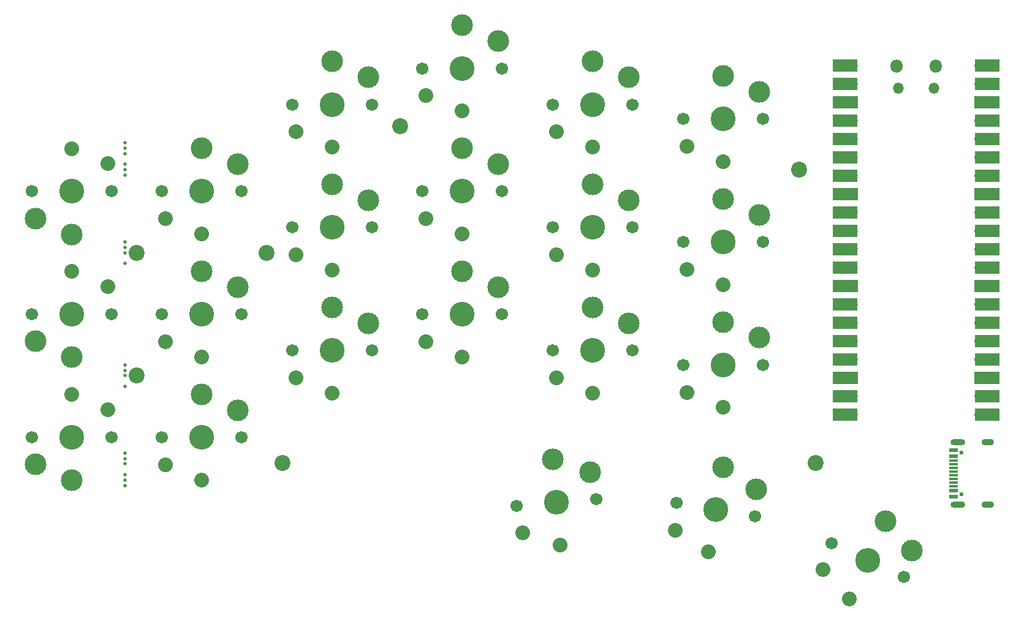
<source format=gts>
%TF.GenerationSoftware,KiCad,Pcbnew,8.0.8*%
%TF.CreationDate,2025-05-22T15:24:10+02:00*%
%TF.ProjectId,keyboard_pcb,6b657962-6f61-4726-945f-7063622e6b69,rev1.0*%
%TF.SameCoordinates,Original*%
%TF.FileFunction,Soldermask,Top*%
%TF.FilePolarity,Negative*%
%FSLAX46Y46*%
G04 Gerber Fmt 4.6, Leading zero omitted, Abs format (unit mm)*
G04 Created by KiCad (PCBNEW 8.0.8) date 2025-05-22 15:24:10*
%MOMM*%
%LPD*%
G01*
G04 APERTURE LIST*
%ADD10C,1.701800*%
%ADD11C,3.000000*%
%ADD12C,3.429000*%
%ADD13C,2.032000*%
%ADD14C,2.200000*%
%ADD15O,1.800000X1.800000*%
%ADD16O,1.500000X1.500000*%
%ADD17O,1.700000X1.700000*%
%ADD18R,3.500000X1.700000*%
%ADD19R,1.700000X1.700000*%
%ADD20C,0.500000*%
%ADD21C,0.600000*%
%ADD22R,1.160000X0.600000*%
%ADD23R,1.160000X0.300000*%
%ADD24O,2.000000X0.900000*%
%ADD25O,1.700000X0.900000*%
G04 APERTURE END LIST*
D10*
%TO.C,K25*%
X158500000Y-94000000D03*
D11*
X164000000Y-88050000D03*
D12*
X164000000Y-94000000D03*
D11*
X169000000Y-90250000D03*
D10*
X169500000Y-94000000D03*
D13*
X164000000Y-99900000D03*
X159000000Y-97800000D03*
%TD*%
D10*
%TO.C,K24*%
X140500000Y-92000000D03*
D11*
X146000000Y-86050000D03*
D12*
X146000000Y-92000000D03*
D11*
X151000000Y-88250000D03*
D10*
X151500000Y-92000000D03*
D13*
X146000000Y-97900000D03*
X141000000Y-95800000D03*
%TD*%
D10*
%TO.C,K21*%
X86500000Y-104000000D03*
D11*
X92000000Y-98050000D03*
D12*
X92000000Y-104000000D03*
D11*
X97000000Y-100250000D03*
D10*
X97500000Y-104000000D03*
D13*
X92000000Y-109900000D03*
X87000000Y-107800000D03*
%TD*%
D10*
%TO.C,K02*%
X104500000Y-58000000D03*
D11*
X110000000Y-52050000D03*
D12*
X110000000Y-58000000D03*
D11*
X115000000Y-54250000D03*
D10*
X115500000Y-58000000D03*
D13*
X110000000Y-63900000D03*
X105000000Y-61800000D03*
%TD*%
D14*
%TO.C,H4*%
X103200000Y-107600000D03*
%TD*%
D10*
%TO.C,K10*%
X79500000Y-87000000D03*
D11*
X74000000Y-92950000D03*
D12*
X74000000Y-87000000D03*
D11*
X69000000Y-90750000D03*
D10*
X68500000Y-87000000D03*
D13*
X74000000Y-81100000D03*
X79000000Y-83200000D03*
%TD*%
D15*
%TO.C,U2*%
X187978200Y-52708000D03*
D16*
X188278200Y-55738000D03*
X193128200Y-55738000D03*
D15*
X193428200Y-52708000D03*
D17*
X181813200Y-52578000D03*
D18*
X180913200Y-52578000D03*
D17*
X181813200Y-55118000D03*
D18*
X180913200Y-55118000D03*
D19*
X181813200Y-57658000D03*
D18*
X180913200Y-57658000D03*
D17*
X181813200Y-60198000D03*
D18*
X180913200Y-60198000D03*
D17*
X181813200Y-62738000D03*
D18*
X180913200Y-62738000D03*
D17*
X181813200Y-65278000D03*
D18*
X180913200Y-65278000D03*
D17*
X181813200Y-67818000D03*
D18*
X180913200Y-67818000D03*
D19*
X181813200Y-70358000D03*
D18*
X180913200Y-70358000D03*
D17*
X181813200Y-72898000D03*
D18*
X180913200Y-72898000D03*
D17*
X181813200Y-75438000D03*
D18*
X180913200Y-75438000D03*
D17*
X181813200Y-77978000D03*
D18*
X180913200Y-77978000D03*
D17*
X181813200Y-80518000D03*
D18*
X180913200Y-80518000D03*
D19*
X181813200Y-83058000D03*
D18*
X180913200Y-83058000D03*
D17*
X181813200Y-85598000D03*
D18*
X180913200Y-85598000D03*
D17*
X181813200Y-88138000D03*
D18*
X180913200Y-88138000D03*
D17*
X181813200Y-90678000D03*
D18*
X180913200Y-90678000D03*
D17*
X181813200Y-93218000D03*
D18*
X180913200Y-93218000D03*
D19*
X181813200Y-95758000D03*
D18*
X180913200Y-95758000D03*
D17*
X181813200Y-98298000D03*
D18*
X180913200Y-98298000D03*
D17*
X181813200Y-100838000D03*
D18*
X180913200Y-100838000D03*
D17*
X199593200Y-100838000D03*
D18*
X200493200Y-100838000D03*
D17*
X199593200Y-98298000D03*
D18*
X200493200Y-98298000D03*
D19*
X199593200Y-95758000D03*
D18*
X200493200Y-95758000D03*
D17*
X199593200Y-93218000D03*
D18*
X200493200Y-93218000D03*
D17*
X199593200Y-90678000D03*
D18*
X200493200Y-90678000D03*
D17*
X199593200Y-88138000D03*
D18*
X200493200Y-88138000D03*
D17*
X199593200Y-85598000D03*
D18*
X200493200Y-85598000D03*
D19*
X199593200Y-83058000D03*
D18*
X200493200Y-83058000D03*
D17*
X199593200Y-80518000D03*
D18*
X200493200Y-80518000D03*
D17*
X199593200Y-77978000D03*
D18*
X200493200Y-77978000D03*
D17*
X199593200Y-75438000D03*
D18*
X200493200Y-75438000D03*
D17*
X199593200Y-72898000D03*
D18*
X200493200Y-72898000D03*
D19*
X199593200Y-70358000D03*
D18*
X200493200Y-70358000D03*
D17*
X199593200Y-67818000D03*
D18*
X200493200Y-67818000D03*
D17*
X199593200Y-65278000D03*
D18*
X200493200Y-65278000D03*
D17*
X199593200Y-62738000D03*
D18*
X200493200Y-62738000D03*
D17*
X199593200Y-60198000D03*
D18*
X200493200Y-60198000D03*
D19*
X199593200Y-57658000D03*
D18*
X200493200Y-57658000D03*
D17*
X199593200Y-55118000D03*
D18*
X200493200Y-55118000D03*
D17*
X199593200Y-52578000D03*
D18*
X200493200Y-52578000D03*
%TD*%
D10*
%TO.C,K04*%
X140500000Y-58000000D03*
D11*
X146000000Y-52050000D03*
D12*
X146000000Y-58000000D03*
D11*
X151000000Y-54250000D03*
D10*
X151500000Y-58000000D03*
D13*
X146000000Y-63900000D03*
X141000000Y-61800000D03*
%TD*%
D10*
%TO.C,K12*%
X104500000Y-75000000D03*
D11*
X110000000Y-69050000D03*
D12*
X110000000Y-75000000D03*
D11*
X115000000Y-71250000D03*
D10*
X115500000Y-75000000D03*
D13*
X110000000Y-80900000D03*
X105000000Y-78800000D03*
%TD*%
D14*
%TO.C,H2*%
X174500000Y-67000000D03*
%TD*%
D10*
%TO.C,K30*%
X135520929Y-113479357D03*
D11*
X140481423Y-107072642D03*
D12*
X141000000Y-113000000D03*
D11*
X145654139Y-108828491D03*
D10*
X146479071Y-112520643D03*
D13*
X141514219Y-118877549D03*
X136350218Y-117221319D03*
%TD*%
D14*
%TO.C,H4*%
X83050000Y-95500000D03*
%TD*%
D10*
%TO.C,K01*%
X86500000Y-70000000D03*
D11*
X92000000Y-64050000D03*
D12*
X92000000Y-70000000D03*
D11*
X97000000Y-66250000D03*
D10*
X97500000Y-70000000D03*
D13*
X92000000Y-75900000D03*
X87000000Y-73800000D03*
%TD*%
D20*
%TO.C,MB1*%
X81400000Y-80000000D03*
X81400000Y-78500000D03*
X81400000Y-77750000D03*
X81400000Y-77000000D03*
%TD*%
%TO.C,MB3*%
X81400000Y-110685200D03*
X81400000Y-109935200D03*
X81400000Y-109185200D03*
X81400000Y-107685200D03*
X81400000Y-106935200D03*
X81400000Y-106185200D03*
%TD*%
%TO.C,MB2*%
X81400000Y-97000000D03*
X81400000Y-95500000D03*
X81400000Y-94750000D03*
X81400000Y-94000000D03*
%TD*%
D10*
%TO.C,K14*%
X140500000Y-75000000D03*
D11*
X146000000Y-69050000D03*
D12*
X146000000Y-75000000D03*
D11*
X151000000Y-71250000D03*
D10*
X151500000Y-75000000D03*
D13*
X146000000Y-80900000D03*
X141000000Y-78800000D03*
%TD*%
D10*
%TO.C,K23*%
X122500000Y-87000000D03*
D11*
X128000000Y-81050000D03*
D12*
X128000000Y-87000000D03*
D11*
X133000000Y-83250000D03*
D10*
X133500000Y-87000000D03*
D13*
X128000000Y-92900000D03*
X123000000Y-90800000D03*
%TD*%
D10*
%TO.C,K03*%
X122500000Y-53000000D03*
D11*
X128000000Y-47050000D03*
D12*
X128000000Y-53000000D03*
D11*
X133000000Y-49250000D03*
D10*
X133500000Y-53000000D03*
D13*
X128000000Y-58900000D03*
X123000000Y-56800000D03*
%TD*%
D14*
%TO.C,H4*%
X83000000Y-78500000D03*
%TD*%
%TO.C,H1*%
X119400000Y-61000000D03*
%TD*%
D10*
%TO.C,K22*%
X104500000Y-92000000D03*
D11*
X110000000Y-86050000D03*
D12*
X110000000Y-92000000D03*
D11*
X115000000Y-88250000D03*
D10*
X115500000Y-92000000D03*
D13*
X110000000Y-97900000D03*
X105000000Y-95800000D03*
%TD*%
D10*
%TO.C,K15*%
X158500000Y-77000000D03*
D11*
X164000000Y-71050000D03*
D12*
X164000000Y-77000000D03*
D11*
X169000000Y-73250000D03*
D10*
X169500000Y-77000000D03*
D13*
X164000000Y-82900000D03*
X159000000Y-80800000D03*
%TD*%
D14*
%TO.C,H3*%
X176800000Y-107600000D03*
%TD*%
%TO.C,H1*%
X101000000Y-78500000D03*
%TD*%
D10*
%TO.C,K32*%
X179015307Y-118675600D03*
D11*
X186514579Y-115607469D03*
D12*
X184000000Y-121000000D03*
D11*
X190116357Y-119714437D03*
D10*
X188984693Y-123324400D03*
D13*
X181506552Y-126347216D03*
X177862512Y-122330878D03*
%TD*%
D10*
%TO.C,K11*%
X86500000Y-87000000D03*
D11*
X92000000Y-81050000D03*
D12*
X92000000Y-87000000D03*
D11*
X97000000Y-83250000D03*
D10*
X97500000Y-87000000D03*
D13*
X92000000Y-92900000D03*
X87000000Y-90800000D03*
%TD*%
D21*
%TO.C,J2*%
X196950000Y-111890000D03*
X196950000Y-106110000D03*
D22*
X195890000Y-112200000D03*
X195890000Y-111400000D03*
D23*
X195890000Y-110250000D03*
X195890000Y-109250000D03*
X195890000Y-108750000D03*
X195890000Y-107750000D03*
D22*
X195890000Y-106600000D03*
X195890000Y-105800000D03*
X195890000Y-105800000D03*
X195890000Y-106600000D03*
D23*
X195890000Y-107250000D03*
X195890000Y-108250000D03*
X195890000Y-109750000D03*
X195890000Y-110750000D03*
D22*
X195890000Y-111400000D03*
X195890000Y-112200000D03*
D24*
X196470000Y-113320000D03*
D25*
X200640000Y-113320000D03*
D24*
X196470000Y-104680000D03*
D25*
X200640000Y-104680000D03*
%TD*%
D10*
%TO.C,K05*%
X158500000Y-60000000D03*
D11*
X164000000Y-54050000D03*
D12*
X164000000Y-60000000D03*
D11*
X169000000Y-56250000D03*
D10*
X169500000Y-60000000D03*
D13*
X164000000Y-65900000D03*
X159000000Y-63800000D03*
%TD*%
D20*
%TO.C,MB4*%
X81400000Y-67785200D03*
X81400000Y-67035200D03*
X81400000Y-66285200D03*
X81400000Y-64785200D03*
X81400000Y-64035200D03*
X81400000Y-63285200D03*
%TD*%
D10*
%TO.C,K20*%
X79500000Y-104000000D03*
D11*
X74000000Y-109950000D03*
D12*
X74000000Y-104000000D03*
D11*
X69000000Y-107750000D03*
D10*
X68500000Y-104000000D03*
D13*
X74000000Y-98100000D03*
X79000000Y-100200000D03*
%TD*%
D10*
%TO.C,K13*%
X122500000Y-70000000D03*
D11*
X128000000Y-64050000D03*
D12*
X128000000Y-70000000D03*
D11*
X133000000Y-66250000D03*
D10*
X133500000Y-70000000D03*
D13*
X128000000Y-75900000D03*
X123000000Y-73800000D03*
%TD*%
D10*
%TO.C,K00*%
X79500000Y-70000000D03*
D11*
X74000000Y-75950000D03*
D12*
X74000000Y-70000000D03*
D11*
X69000000Y-73750000D03*
D10*
X68500000Y-70000000D03*
D13*
X74000000Y-64100000D03*
X79000000Y-66200000D03*
%TD*%
D10*
%TO.C,K31*%
X157583557Y-113044935D03*
D11*
X164033207Y-108140394D03*
D12*
X163000000Y-114000000D03*
D11*
X168575219Y-111175212D03*
D10*
X168416443Y-114955065D03*
D13*
X161975476Y-119810366D03*
X157416098Y-116874029D03*
%TD*%
M02*

</source>
